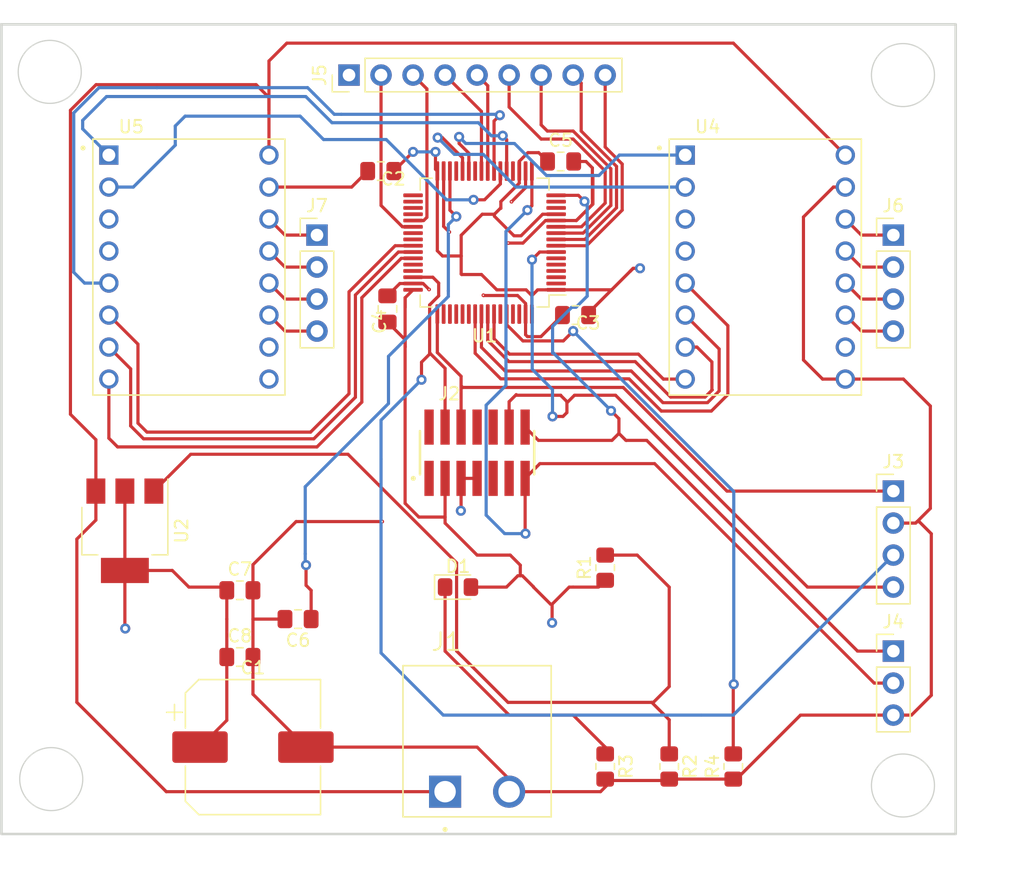
<source format=kicad_pcb>
(kicad_pcb (version 20221018) (generator pcbnew)
  (layers (0 "F.Cu" signal) (1 "In1.Cu" power "GND") (2 "In2.Cu" power "+3.3V") (31 "B.Cu" signal) (34 "B.Paste" user) (35 "F.Paste" user) (36 "B.SilkS" user "B.Silkscreen") (37 "F.SilkS" user "F.Silkscreen") (38 "B.Mask" user) (39 "F.Mask" user) (44 "Edge.Cuts" user))
  (net 0 "")
  (net 1 "+3.3V")
  (net 2 "GND")
  (net 3 "Net-(U1-VCAP1)")
  (net 4 "Net-(D1-K)")
  (net 5 "+7.5V")
  (net 8 "SWDIO")
  (net 9 "SWCLK")
  (net 14 "RST")
  (net 15 "/RX")
  (net 16 "/TX")
  (net 17 "Net-(J5-Pin_2)")
  (net 18 "Net-(J5-Pin_3)")
  (net 19 "Net-(J5-Pin_4)")
  (net 20 "Net-(J5-Pin_5)")
  (net 21 "Net-(J5-Pin_6)")
  (net 22 "Net-(J5-Pin_7)")
  (net 23 "Net-(J5-Pin_8)")
  (net 24 "Net-(J5-Pin_9)")
  (net 25 "Net-(J6-Pin_1)")
  (net 26 "Net-(J6-Pin_2)")
  (net 27 "Net-(J6-Pin_3)")
  (net 28 "Net-(J6-Pin_4)")
  (net 29 "Net-(J7-Pin_1)")
  (net 30 "Net-(J7-Pin_2)")
  (net 31 "Net-(J7-Pin_3)")
  (net 32 "Net-(J7-Pin_4)")
  (net 33 "Net-(U2-ADJ)")
  (net 34 "Net-(U1-BOOT0)")
  (net 43 "Net-(U1-PA5)")
  (net 44 "Net-(U1-PA6)")
  (net 45 "Net-(U1-PA7)")
  (net 47 "Net-(U1-PB1)")
  (net 48 "Net-(U1-PB2)")
  (net 51 "unconnected-(U1-PB13-Pad34)")
  (net 56 "Net-(U1-PA8)")
  (net 57 "Net-(U1-PA9)")
  (net 58 "Net-(U1-PA10)")
  (net 66 "Net-(U1-PB3)")
  (net 67 "Net-(U1-PB4)")
  (net 68 "Net-(U1-PB5)")
  (net 69 "Net-(U1-PB6)")
  (footprint "Resistor_SMD:R_0805_2012Metric_Pad1.20x1.40mm_HandSolder" (layer "F.Cu") (at 109.22 90.44 90)
    (fp_text reference "R4")
    (fp_text value "10k")
  )
  (footprint "Resistor_SMD:R_0805_2012Metric_Pad1.20x1.40mm_HandSolder" (layer "F.Cu") (at 99.06 74.66 90)
    (fp_text reference "R1")
    (fp_text value "2k4")
  )
  (footprint "A4988_Stepper_Motor_Driver:MODULE_A4988_STEPPER_MOTOR_DRIVER_CARRIER" (layer "F.Cu") (at 111.76 50.8)
    (fp_text reference "U4")
    (fp_text value "Driver Moteur Droit")
  )
  (footprint "Connector_PinHeader_2.54mm:PinHeader_1x04_P2.54mm_Vertical" (layer "F.Cu") (at 76.2 48.26)
    (fp_text reference "J7")
    (fp_text value "Moteur Gauche")
  )
  (footprint "FTSH-107-01-L-DV-K-A:SAMTEC_FTSH-107-01-L-DV-K-A" (layer "F.Cu") (at 88.9 65.535)
    (fp_text reference "J2")
    (fp_text value "Conn_ST_STDC14")
  )
  (footprint "Capacitor_SMD:C_0805_2012Metric_Pad1.18x1.45mm_HandSolder" (layer "F.Cu") (at 96.7095 54.61 180)
    (fp_text reference "C3")
    (fp_text value "100nF")
  )
  (footprint "Connector_PinHeader_2.54mm:PinHeader_1x04_P2.54mm_Vertical" (layer "F.Cu") (at 121.92 68.58)
    (fp_text reference "J3")
    (fp_text value "Connecteur Programmation")
  )
  (footprint "Resistor_SMD:R_0805_2012Metric_Pad1.20x1.40mm_HandSolder" (layer "F.Cu") (at 99.06 90.44 -90)
    (fp_text reference "R3")
    (fp_text value "150")
  )
  (footprint "A4988_Stepper_Motor_Driver:MODULE_A4988_STEPPER_MOTOR_DRIVER_CARRIER" (layer "F.Cu") (at 66.04 50.8)
    (fp_text reference "U5")
    (fp_text value "Driver Moteur Gauche")
  )
  (footprint "Capacitor_SMD:CP_Elec_10x10.5" (layer "F.Cu") (at 71.12 88.9)
    (fp_text reference "C1")
    (fp_text value "100uF")
  )
  (footprint "Capacitor_SMD:C_0805_2012Metric_Pad1.18x1.45mm_HandSolder" (layer "F.Cu") (at 70.0825 81.75)
    (fp_text reference "C8")
    (fp_text value "1uF")
  )
  (footprint "Connector_PinHeader_2.54mm:PinHeader_1x09_P2.54mm_Vertical" (layer "F.Cu") (at 78.74 35.56 90)
    (fp_text reference "J5")
    (fp_text value "Connecteur ToF")
  )
  (footprint "Connector_PinHeader_2.54mm:PinHeader_1x04_P2.54mm_Vertical" (layer "F.Cu") (at 121.92 48.26)
    (fp_text reference "J6")
    (fp_text value "Moteur Droit")
  )
  (footprint "TerminalBlockBend:CUI_TBP01R1-508-02BE" (layer "F.Cu") (at 86.36 92.4375)
    (fp_text reference "J1")
    (fp_text value "Connecteur batterie")
  )
  (footprint "Resistor_SMD:R_0805_2012Metric_Pad1.20x1.40mm_HandSolder" (layer "F.Cu") (at 104.14 90.44 -90)
    (fp_text reference "R2")
    (fp_text value "3k9")
  )
  (footprint "Capacitor_SMD:C_0805_2012Metric_Pad1.18x1.45mm_HandSolder" (layer "F.Cu") (at 95.5255 42.418)
    (fp_text reference "C5")
    (fp_text value "100nF")
  )
  (footprint "Package_QFP:LQFP-64_10x10mm_P0.5mm" (layer "F.Cu") (at 89.495 48.855 180)
    (fp_text reference "U1")
    (fp_text value "STM32F401RCTx")
  )
  (footprint "Capacitor_SMD:C_0805_2012Metric_Pad1.18x1.45mm_HandSolder" (layer "F.Cu") (at 81.788 54.1235 90)
    (fp_text reference "C4")
    (fp_text value "100nF")
  )
  (footprint "Connector_PinHeader_2.54mm:PinHeader_1x03_P2.54mm_Vertical" (layer "F.Cu") (at 121.92 81.28)
    (fp_text reference "J4")
    (fp_text value "Connecteur Débug")
  )
  (footprint "LED_SMD:LED_0805_2012Metric_Pad1.15x1.40mm_HandSolder" (layer "F.Cu") (at 87.385 76.2)
    (fp_text reference "D1")
    (fp_text value "LED")
  )
  (footprint "Capacitor_SMD:C_0805_2012Metric_Pad1.18x1.45mm_HandSolder" (layer "F.Cu") (at 81.2585 43.18 180)
    (fp_text reference "C2")
    (fp_text value "100nF")
  )
  (footprint "Capacitor_SMD:C_0805_2012Metric_Pad1.18x1.45mm_HandSolder" (layer "F.Cu") (at 70.0825 76.454)
    (fp_text reference "C7")
    (fp_text value "10nF")
  )
  (footprint "Package_TO_SOT_SMD:SOT-223-3_TabPin2" (layer "F.Cu") (at 60.96 71.73 -90)
    (fp_text reference "U2")
    (fp_text value "LM317_SOT-223")
  )
  (footprint "Capacitor_SMD:C_0805_2012Metric_Pad1.18x1.45mm_HandSolder" (layer "F.Cu") (at 74.6975 78.74 180)
    (fp_text reference "C6")
    (fp_text value "4.7uF")
  )
  (gr_circle (center 122.682 35.56) (end 125.182 35.56) (stroke (width 0.1)) (fill none) (layer "Edge.Cuts"))
  (gr_circle (center 122.682 91.948) (end 125.182 91.948) (stroke (width 0.1)) (fill none) (layer "Edge.Cuts"))
  (gr_circle (center 55 35.306) (end 57.5 35.306) (stroke (width 0.1)) (fill none) (layer "Edge.Cuts"))
  (gr_rect (start 51.173 31.535) (end 126.865 95.797) (stroke (width 0.2)) (fill none) (layer "Edge.Cuts"))
  (gr_circle (center 55.118 91.44) (end 57.618 91.44) (stroke (width 0.1)) (fill none) (layer "Edge.Cuts"))
  (segment (start 94.849909 77.556616) (end 94.728991 77.556616) (width 0.25) (layer "F.Cu") (net 1))
  (segment (start 93.245 53.06502) (end 93.246972 53.06502) (width 0.25) (layer "F.Cu") (net 1))
  (segment (start 96.52 76.2) (end 96.206525 76.2) (width 0.25) (layer "F.Cu") (net 1))
  (segment (start 90.464308 52.606972) (end 92.786952 52.606972) (width 0.25) (layer "F.Cu") (net 1))
  (segment (start 93.78827 41.71827) (end 92.931731 41.71827) (width 0.25) (layer "F.Cu") (net 1))
  (segment (start 90.783885 46.13583) (end 90.74362 46.13583) (width 0.25) (layer "F.Cu") (net 1))
  (segment (start 86.158174 49.919695) (end 87.637314 49.919695) (width 0.25) (layer "F.Cu") (net 1))
  (segment (start 83.188667 56.642) (end 83.188667 57.15) (width 0.25) (layer "F.Cu") (net 1))
  (segment (start 60.96 79.457874) (end 60.96 74.88) (width 0.25) (layer "F.Cu") (net 1))
  (segment (start 98.52 76.2) (end 99.06 75.66) (width 0.25) (layer "F.Cu") (net 1))
  (segment (start 92.245 43.18) (end 92.245 44.14043) (width 0.25) (layer "F.Cu") (net 1))
  (segment (start 92.133031 75.298224) (end 91.231255 76.2) (width 0.25) (layer "F.Cu") (net 1))
  (segment (start 95.17 52.605) (end 99.572389 52.605) (width 0.25) (layer "F.Cu") (net 1))
  (segment (start 93.245 54.53) (end 93.245 53.06502) (width 0.25) (layer "F.Cu") (net 1))
  (segment (start 92.325926 74.457591) (end 91.528335 73.66) (width 0.25) (layer "F.Cu") (net 1))
  (segment (start 87.637314 49.919695) (end 87.637314 51.354506) (width 0.25) (layer "F.Cu") (net 1))
  (segment (start 87.637314 48.27702) (end 87.637314 49.919695) (width 0.25) (layer "F.Cu") (net 1))
  (segment (start 83.188667 69.550445) (end 84.279069 70.640847) (width 0.25) (layer "F.Cu") (net 1))
  (segment (start 92.491474 75.298224) (end 92.325926 75.298224) (width 0.25) (layer "F.Cu") (net 1))
  (segment (start 90.27445 46.605) (end 89.309334 46.605) (width 0.25) (layer "F.Cu") (net 1))
  (segment (start 92.786952 52.606972) (end 93.245 53.06502) (width 0.25) (layer "F.Cu") (net 1))
  (segment (start 60.96 68.58) (end 60.96 74.88) (width 0.25) (layer "F.Cu") (net 1))
  (segment (start 86.36 71.12) (end 86.36 70.640847) (width 0.25) (layer "F.Cu") (net 1))
  (segment (start 66.04 76.2) (end 69.045 76.2) (width 0.25) (layer "F.Cu") (net 1))
  (segment (start 93.372375 76.2) (end 93.372375 76.179125) (width 0.25) (layer "F.Cu") (net 1))
  (segment (start 101.823654 50.895958) (end 101.281432 50.895958) (width 0.25) (layer "F.Cu") (net 1))
  (segment (start 89.309334 46.605) (end 87.637314 48.27702) (width 0.25) (layer "F.Cu") (net 1))
  (segment (start 90.27445 46.765946) (end 90.27445 46.605) (width 0.25) (layer "F.Cu") (net 1))
  (segment (start 95.17 52.605) (end 94.329314 52.605) (width 0.25) (layer "F.Cu") (net 1))
  (segment (start 99.572389 52.605) (end 101.036895 51.140495) (width 0.25) (layer "F.Cu") (net 1))
  (segment (start 87.637314 51.354506) (end 87.673099 51.390291) (width 0.25) (layer "F.Cu") (net 1))
  (segment (start 94.849909 77.556616) (end 94.849909 79.031594) (width 0.25) (layer "F.Cu") (net 1))
  (segment (start 82.296 43.18) (end 83.82 41.656) (width 0.25) (layer "F.Cu") (net 1))
  (segment (start 85.598 43.033) (end 85.745 43.18) (width 0.25) (layer "F.Cu") (net 1))
  (segment (start 97.747 54.61) (end 97.747 54.430389) (width 0.25) (layer "F.Cu") (net 1))
  (segment (start 94.329314 52.605) (end 94.327342 52.606972) (width 0.25) (layer "F.Cu") (net 1))
  (segment (start 69.045 76.2) (end 69.045 78.74) (width 0.25) (layer "F.Cu") (net 1))
  (segment (start 97.747 54.430389) (end 99.572389 52.605) (width 0.25) (layer "F.Cu") (net 1))
  (segment (start 88.41 76.2) (end 91.231255 76.2) (width 0.25) (layer "F.Cu") (net 1))
  (segment (start 91.826475 48.317971) (end 90.27445 46.765946) (width 0.25) (layer "F.Cu") (net 1))
  (segment (start 69.045 86.775) (end 66.92 88.9) (width 0.25) (layer "F.Cu") (net 1))
  (segment (start 93.372375 76.179125) (end 92.491474 75.298224) (width 0.25) (layer "F.Cu") (net 1))
  (segment (start 101.036895 51.140495) (end 101.269005 50.908384) (width 0.25) (layer "F.Cu") (net 1))
  (segment (start 84.279069 70.640847) (end 86.36 70.640847) (width 0.25) (layer "F.Cu") (net 1))
  (segment (start 88.9 73.66) (end 86.36 71.12) (width 0.25) (layer "F.Cu") (net 1))
  (segment (start 93.246972 53.06502) (end 93.70502 52.606972) (width 0.25) (layer "F.Cu") (net 1))
  (segment (start 94.728991 77.556616) (end 93.372375 76.2) (width 0.25) (layer "F.Cu") (net 1))
  (segment (start 94.488 42.418) (end 93.78827 41.71827) (width 0.25) (layer "F.Cu") (net 1))
  (segment (start 95.17 46.605) (end 94.097688 46.605) (width 0.25) (layer "F.Cu") (net 1))
  (segment (start 94.327342 52.606972) (end 93.70502 52.606972) (width 0.25) (layer "F.Cu") (net 1))
  (segment (start 69.045 78.74) (end 69.045 81.75) (width 0.25) (layer "F.Cu") (net 1))
  (segment (start 96.206525 76.2) (end 94.849909 77.556616) (width 0.25) (layer "F.Cu") (net 1))
  (segment (start 89.247627 51.390291) (end 90.464308 52.606972) (width 0.25) (layer "F.Cu") (net 1))
  (segment (start 81.788 55.161) (end 83.188667 56.561667) (width 0.25) (layer "F.Cu") (net 1))
  (segment (start 83.188667 54.014333) (end 83.188667 53.236333) (width 0.25) (layer "F.Cu") (net 1))
  (segment (start 83.82 52.605) (end 83.188667 53.236333) (width 0.25) (layer "F.Cu") (net 1))
  (segment (start 60.990371 79.488245) (end 60.96 79.457874) (width 0.25) (layer "F.Cu") (net 1))
  (segment (start 83.188667 56.561667) (end 83.188667 56.642) (width 0.25) (layer "F.Cu") (net 1))
  (segment (start 64.72 74.88) (end 66.04 76.2) (width 0.25) (layer "F.Cu") (net 1))
  (segment (start 83.188667 53.236333) (end 83.188667 57.15) (width 0.25) (layer "F.Cu") (net 1))
  (segment (start 87.673099 51.390291) (end 89.247627 51.390291) (width 0.25) (layer "F.Cu") (net 1))
  (segment (start 83.188667 57.15) (end 83.188667 69.550445) (width 0.25) (layer "F.Cu") (net 1))
  (segment (start 86.36 67.57) (end 86.36 70.640847) (width 0.25) (layer "F.Cu") (net 1))
  (segment (start 90.74362 46.13583) (end 90.27445 46.605) (width 0.25) (layer "F.Cu") (net 1))
  (segment (start 92.245 44.14043) (end 90.783885 45.601545) (width 0.25) (layer "F.Cu") (net 1))
  (segment (start 92.325926 75.298224) (end 92.133031 75.298224) (width 0.25) (layer "F.Cu") (net 1))
  (segment (start 92.384717 48.317971) (end 91.826475 48.317971) (width 0.25) (layer "F.Cu") (net 1))
  (segment (start 96.52 76.2) (end 98.52 76.2) (width 0.25) (layer "F.Cu") (net 1))
  (segment (start 69.045 81.75) (end 69.045 86.775) (width 0.25) (layer "F.Cu") (net 1))
  (segment (start 60.96 74.88) (end 64.72 74.88) (width 0.25) (layer "F.Cu") (net 1))
  (segment (start 85.745 43.18) (end 85.745 49.506521) (width 0.25) (layer "F.Cu") (net 1))
  (segment (start 90.783885 45.601545) (end 90.783885 46.13583) (width 0.25) (layer "F.Cu") (net 1))
  (segment (start 94.097688 46.605) (end 92.384717 48.317971) (width 0.25) (layer "F.Cu") (net 1))
  (segment (start 85.745 49.506521) (end 86.158174 49.919695) (width 0.25) (layer "F.Cu") (net 1))
  (segment (start 85.598 41.656) (end 85.598 43.033) (width 0.25) (layer "F.Cu") (net 1))
  (segment (start 92.245 42.405001) (end 92.245 43.18) (width 0.25) (layer "F.Cu") (net 1))
  (segment (start 92.325926 75.298224) (end 92.325926 74.457591) (width 0.25) (layer "F.Cu") (net 1))
  (segment (start 101.281432 50.895958) (end 101.036895 51.140495) (width 0.25) (layer "F.Cu") (net 1))
  (segment (start 91.528335 73.66) (end 88.9 73.66) (width 0.25) (layer "F.Cu") (net 1))
  (segment (start 92.931731 41.71827) (end 92.245 42.405001) (width 0.25) (layer "F.Cu") (net 1))
  (via (at 101.823654 50.895958) (size 0.8) (drill 0.4) (layers "F.Cu" "B.Cu") (net 1))
  (via (at 60.990371 79.488245) (size 0.8) (drill 0.4) (layers "F.Cu" "B.Cu") (net 1))
  (via (at 94.849909 79.031594) (size 0.8) (drill 0.4) (layers "F.Cu" "B.Cu") (net 1))
  (via (at 83.82 41.656) (size 0.8) (drill 0.4) (layers "F.Cu" "B.Cu") (net 1))
  (via (at 85.598 41.656) (size 0.8) (drill 0.4) (layers "F.Cu" "B.Cu") (net 1))
  (segment (start 83.82 41.656) (end 85.598 41.656) (width 0.25) (layer "B.Cu") (net 1))
  (segment (start 95.672 54.61) (end 93.960845 56.321155) (width 0.25) (layer "F.Cu") (net 2))
  (segment (start 87.63 67.57) (end 87.63 70.122798) (width 0.25) (layer "F.Cu") (net 2))
  (segment (start 87.63 70.122798) (end 87.612465 70.140333) (width 0.25) (layer "F.Cu") (net 2))
  (segment (start 71.12 74.422) (end 71.12 76.454) (width 0.25) (layer "F.Cu") (net 2))
  (segment (start 96.777691 47.105) (end 98.087 45.795691) (width 0.25) (layer "F.Cu") (net 2))
  (segment (start 121.92 71.12) (end 123.689196 71.12) (width 0.25) (layer "F.Cu") (net 2))
  (segment (start 81.374471 70.999763) (end 74.542237 70.999763) (width 0.25) (layer "F.Cu") (net 2))
  (segment (start 83.82 52.105) (end 82.769 52.105) (width 0.25) (layer "F.Cu") (net 2))
  (segment (start 91.628802 45.613969) (end 92.745 44.497771) (width 0.25) (layer "F.Cu") (net 2))
  (segment (start 104.14 91.44) (end 109.22 91.44) (width 0.25) (layer "F.Cu") (net 2))
  (segment (start 109.22 91.44) (end 109.474 91.44) (width 0.25) (layer "F.Cu") (net 2))
  (segment (start 124.853946 69.95525) (end 124.853946 61.82719) (width 0.25) (layer "F.Cu") (net 2))
  (segment (start 117.163511 44.45) (end 114.788429 46.825082) (width 0.25) (layer "F.Cu") (net 2))
  (segment (start 123.975429 71.011856) (end 123.797341 71.011856) (width 0.25) (layer "F.Cu") (net 2))
  (segment (start 95.17 47.105) (end 96.777691 47.105) (width 0.25) (layer "F.Cu") (net 2))
  (segment (start 93.960845 56.321155) (end 92.897155 56.321155) (width 0.25) (layer "F.Cu") (net 2))
  (segment (start 91.44 92.4375) (end 91.44 91.44) (width 0.25) (layer "F.Cu") (net 2))
  (segment (start 71.12 78.74) (end 71.12 81.75) (width 0.25) (layer "F.Cu") (net 2))
  (segment (start 78.951 44.45) (end 80.221 43.18) (width 0.25) (layer "F.Cu") (net 2))
  (segment (start 85.09 52.578) (end 84.617 52.105) (width 0.25) (layer "F.Cu") (net 2))
  (segment (start 124.853946 61.82719) (end 122.716756 59.69) (width 0.25) (layer "F.Cu") (net 2))
  (segment (start 92.745 56.169) (end 92.745 54.53) (width 0.25) (layer "F.Cu") (net 2))
  (segment (start 92.897155 56.321155) (end 92.745 56.169) (width 0.25) (layer "F.Cu") (net 2))
  (segment (start 98.044 42.926) (end 98.044 45.838691) (width 0.25) (layer "F.Cu") (net 2))
  (segment (start 98.087 45.795691) (end 98.087 43.688) (width 0.25) (layer "F.Cu") (net 2))
  (segment (start 91.44 91.44) (end 88.9 88.9) (width 0.25) (layer "F.Cu") (net 2))
  (segment (start 116.305598 59.69) (end 118.11 59.69) (width 0.25) (layer "F.Cu") (net 2))
  (segment (start 74.542237 70.999763) (end 71.12 74.422) (width 0.25) (layer "F.Cu") (net 2))
  (segment (start 123.35772 86.36) (end 124.929489 84.788231) (width 0.25) (layer "F.Cu") (net 2))
  (segment (start 124.929489 84.788231) (end 124.929489 71.965916) (width 0.25) (layer "F.Cu") (net 2))
  (segment (start 114.554 86.36) (end 121.92 86.36) (width 0.25) (layer "F.Cu") (net 2))
  (segment (start 109.474 91.44) (end 114.554 86.36) (width 0.25) (layer "F.Cu") (net 2))
  (segment (start 123.797341 71.011856) (end 124.853946 69.95525) (width 0.25) (layer "F.Cu") (net 2))
  (segment (start 92.745 54.53) (end 92.745 53.689314) (width 0.25) (layer "F.Cu") (net 2))
  (segment (start 87.63 67.57) (end 88.9 67.57) (width 0.25) (layer "F.Cu") (net 2))
  (segment (start 99.578862 91.551014) (end 104.028986 91.551014) (width 0.25) (layer "F.Cu") (net 2))
  (segment (start 98.044 45.838691) (end 96.777691 47.105) (width 0.25) (layer "F.Cu") (net 2))
  (segment (start 71.12 81.75) (end 71.12 84.7) (width 0.25) (layer "F.Cu") (net 2))
  (segment (start 72.39 44.45) (end 78.951 44.45) (width 0.25) (layer "F.Cu") (net 2))
  (segment (start 114.788429 46.825082) (end 114.788429 58.172831) (width 0.25) (layer "F.Cu") (net 2))
  (segment (start 92.540078 48.894236) (end 91.380297 48.894236) (width 0.25) (layer "F.Cu") (net 2))
  (segment (start 121.92 86.36) (end 123.35772 86.36) (width 0.25) (layer "F.Cu") (net 2))
  (segment (start 71.12 76.2) (end 71.12 78.74) (width 0.25) (layer "F.Cu") (net 2))
  (segment (start 124.929489 71.965916) (end 123.975429 71.011856) (width 0.25) (layer "F.Cu") (net 2))
  (segment (start 92.745 53.689314) (end 92.112658 53.056972) (width 0.25) (layer "F.Cu") (net 2))
  (segment (start 89.420614 53.056972) (end 89.400187 53.036545) (width 0.25) (layer "F.Cu") (net 2))
  (segment (start 71.12 84.7) (end 75.32 88.9) (width 0.25) (layer "F.Cu") (net 2))
  (segment (start 88.9 88.9) (end 75.32 88.9) (width 0.25) (layer "F.Cu") (net 2))
  (segment (start 91.44 92.4375) (end 98.692376 92.4375) (width 0.25) (layer "F.Cu") (net 2))
  (segment (start 84.617 52.105) (end 83.82 52.105) (width 0.25) (layer "F.Cu") (net 2))
  (segment (start 71.12 78.74) (end 73.66 78.74) (width 0.25) (layer "F.Cu") (net 2))
  (segment (start 122.716756 59.69) (end 118.11 59.69) (width 0.25) (layer "F.Cu") (net 2))
  (segment (start 86.693553 48.018671) (end 86.245 47.570118) (width 0.25) (layer "F.Cu") (net 2))
  (segment (start 118.11 44.45) (end 117.163511 44.45) (width 0.25) (layer "F.Cu") (net 2))
  (segment (start 104.028986 91.551014) (end 104.14 91.44) (width 0.25) (layer "F.Cu") (net 2))
  (segment (start 97.536 42.418) (end 98.044 42.926) (width 0.25) (layer "F.Cu") (net 2))
  (segment (start 123.689196 71.12) (end 123.797341 71.011856) (width 0.25) (layer "F.Cu") (net 2))
  (segment (start 94.329314 47.105) (end 92.540078 48.894236) (width 0.25) (layer "F.Cu") (net 2))
  (segment (start 95.17 47.105) (end 94.329314 47.105) (width 0.25) (layer "F.Cu") (net 2))
  (segment (start 98.692376 92.4375) (end 99.578862 91.551014) (width 0.25) (layer "F.Cu") (net 2))
  (segment (start 96.563 42.418) (end 97.536 42.418) (width 0.25) (layer "F.Cu") (net 2))
  (segment (start 82.769 52.105) (end 81.788 53.086) (width 0.25) (layer "F.Cu") (net 2))
  (segment (start 92.745 44.497771) (end 92.745 43.18) (width 0.25) (layer "F.Cu") (net 2))
  (segment (start 92.112658 53.056972) (end 89.420614 53.056972) (width 0.25) (layer "F.Cu") (net 2))
  (segment (start 86.245 47.570118) (end 86.245 43.18) (width 0.25) (layer "F.Cu") (net 2))
  (segment (start 114.788429 58.172831) (end 116.305598 59.69) (width 0.25) (layer "F.Cu") (net 2))
  (via micro (at 86.693553 48.018671) (size 0.3) (drill 0.1) (layers "F.Cu" "In1.Cu") (net 2))
  (via micro (at 81.374471 70.999763) (size 0.3) (drill 0.1) (layers "F.Cu" "In1.Cu") (net 2))
  (via micro (at 91.380297 48.894236) (size 0.3) (drill 0.1) (layers "F.Cu" "In1.Cu") (net 2))
  (via micro (at 91.628802 45.613969) (size 0.3) (drill 0.1) (layers "F.Cu" "In1.Cu") (net 2))
  (via micro (at 89.400187 53.036545) (size 0.3) (drill 0.1) (layers "F.Cu" "In1.Cu") (net 2))
  (via micro (at 85.09 52.578) (size 0.3) (drill 0.1) (layers "F.Cu" "In1.Cu") (net 2))
  (via (at 87.612465 70.140333) (size 0.8) (drill 0.4) (layers "F.Cu" "B.Cu") (net 2))
  (segment (start 86.745 46.284668) (end 87.250438 46.790106) (width 0.25) (layer "F.Cu") (net 3))
  (segment (start 75.331324 76.055851) (end 75.735 76.459528) (width 0.25) (layer "F.Cu") (net 3))
  (segment (start 75.735 76.459528) (end 75.735 78.74) (width 0.25) (layer "F.Cu") (net 3))
  (segment (start 75.331324 74.453063) (end 75.331324 76.055851) (width 0.25) (layer "F.Cu") (net 3))
  (segment (start 86.745 43.18) (end 86.745 46.284668) (width 0.25) (layer "F.Cu") (net 3))
  (via (at 75.331324 74.453063) (size 0.8) (drill 0.4) (layers "F.Cu" "B.Cu") (net 3))
  (via (at 87.250438 46.790106) (size 0.8) (drill 0.4) (layers "F.Cu" "B.Cu") (net 3))
  (segment (start 86.619711 53.13448) (end 82.315924 57.438267) (width 0.25) (layer "B.Cu") (net 3))
  (segment (start 81.870705 57.883486) (end 81.870705 61.630748) (width 0.25) (layer "B.Cu") (net 3))
  (segment (start 75.267212 73.555501) (end 75.267212 74.388951) (width 0.25) (layer "B.Cu") (net 3))
  (segment (start 81.870705 61.630748) (end 75.267212 68.234241) (width 0.25) (layer "B.Cu") (net 3))
  (segment (start 82.315924 57.438267) (end 81.870705 57.883486) (width 0.25) (layer "B.Cu") (net 3))
  (segment (start 87.250438 46.790106) (end 86.619711 47.420833) (width 0.25) (layer "B.Cu") (net 3))
  (segment (start 86.619711 47.420833) (end 86.619711 52.689261) (width 0.25) (layer "B.Cu") (net 3))
  (segment (start 75.267212 68.234241) (end 75.267212 73.555501) (width 0.25) (layer "B.Cu") (net 3))
  (segment (start 75.267212 74.388951) (end 75.331324 74.453063) (width 0.25) (layer "B.Cu") (net 3))
  (segment (start 86.619711 52.689261) (end 86.619711 53.13448) (width 0.25) (layer "B.Cu") (net 3))
  (segment (start 86.36 81.28) (end 91.44 86.36) (width 0.25) (layer "F.Cu") (net 4))
  (segment (start 96.52 86.36) (end 99.06 88.9) (width 0.25) (layer "F.Cu") (net 4))
  (segment (start 99.06 88.9) (end 99.06 89.44) (width 0.25) (layer "F.Cu") (net 4))
  (segment (start 86.36 76.2) (end 86.36 81.28) (width 0.25) (layer "F.Cu") (net 4))
  (segment (start 91.44 86.36) (end 96.52 86.36) (width 0.25) (layer "F.Cu") (net 4))
  (segment (start 64.2435 92.4375) (end 86.36 92.4375) (width 0.25) (layer "F.Cu") (net 5))
  (segment (start 58.674 36.322) (end 71.374 36.322) (width 0.25) (layer "F.Cu") (net 5))
  (segment (start 58.66 64.502) (end 56.642 62.484) (width 0.25) (layer "F.Cu") (net 5))
  (segment (start 57.15 72.39) (end 57.15 85.344) (width 0.25) (layer "F.Cu") (net 5))
  (segment (start 73.805947 33.025908) (end 72.39 34.441855) (width 0.25) (layer "F.Cu") (net 5))
  (segment (start 72.39 38.354) (end 72.39 41.91) (width 0.25) (layer "F.Cu") (net 5))
  (segment (start 109.225908 33.025908) (end 73.805947 33.025908) (width 0.25) (layer "F.Cu") (net 5))
  (segment (start 56.642 62.484) (end 56.642 38.354) (width 0.25) (layer "F.Cu") (net 5))
  (segment (start 56.642 38.354) (end 58.674 36.322) (width 0.25) (layer "F.Cu") (net 5))
  (segment (start 118.11 41.91) (end 109.225908 33.025908) (width 0.25) (layer "F.Cu") (net 5))
  (segment (start 71.374 36.322) (end 72.39 37.338) (width 0.25) (layer "F.Cu") (net 5))
  (segment (start 58.66 68.58) (end 58.66 64.502) (width 0.25) (layer "F.Cu") (net 5))
  (segment (start 58.66 70.88) (end 57.15 72.39) (width 0.25) (layer "F.Cu") (net 5))
  (segment (start 57.15 85.344) (end 64.2435 92.4375) (width 0.25) (layer "F.Cu") (net 5))
  (segment (start 72.39 34.441855) (end 72.39 38.354) (width 0.25) (layer "F.Cu") (net 5))
  (segment (start 72.39 37.338) (end 72.39 38.354) (width 0.25) (layer "F.Cu") (net 5))
  (segment (start 58.66 68.58) (end 58.66 70.88) (width 0.25) (layer "F.Cu") (net 5))
  (segment (start 83.82 51.605) (end 85.387 51.605) (width 0.25) (layer "F.Cu") (net 8))
  (segment (start 85.852 53.086) (end 85.135646 53.802354) (width 0.25) (layer "F.Cu") (net 8))
  (segment (start 84.490079 58.35111) (end 85.182971 57.658218) (width 0.25) (layer "F.Cu") (net 8))
  (segment (start 85.852 52.07) (end 85.852 53.086) (width 0.25) (layer "F.Cu") (net 8))
  (segment (start 86.36 63.5) (end 86.36 58.835247) (width 0.25) (layer "F.Cu") (net 8))
  (segment (start 84.490079 59.740195) (end 84.490079 58.35111) (width 0.25) (layer "F.Cu") (net 8))
  (segment (start 85.135646 53.802354) (end 85.135646 57.610893) (width 0.25) (layer "F.Cu") (net 8))
  (segment (start 86.36 58.835247) (end 85.182971 57.658218) (width 0.25) (layer "F.Cu") (net 8))
  (segment (start 85.135646 57.610893) (end 85.182971 57.658218) (width 0.25) (layer "F.Cu") (net 8))
  (segment (start 85.387 51.605) (end 85.852 52.07) (width 0.25) (layer "F.Cu") (net 8))
  (via (at 84.490079 59.740195) (size 0.8) (drill 0.4) (layers "F.Cu" "B.Cu") (net 8))
  (segment (start 86.212956 86.36) (end 81.28 81.427044) (width 0.25) (layer "B.Cu") (net 8))
  (segment (start 121.92 73.66) (end 109.22 86.36) (width 0.25) (layer "B.Cu") (net 8))
  (segment (start 81.28 62.950274) (end 84.490079 59.740195) (width 0.25) (layer "B.Cu") (net 8))
  (segment (start 109.22 86.36) (end 106.68 86.36) (width 0.25) (layer "B.Cu") (net 8))
  (segment (start 81.28 66.04) (end 81.28 62.950274) (width 0.25) (layer "B.Cu") (net 8))
  (segment (start 106.68 86.36) (end 86.212956 86.36) (width 0.25) (layer "B.Cu") (net 8))
  (segment (start 81.28 81.427044) (end 81.28 66.04) (width 0.25) (layer "B.Cu") (net 8))
  (segment (start 87.758223 60.352624) (end 87.63 60.224401) (width 0.25) (layer "F.Cu") (net 9))
  (segment (start 108.718924 68.58) (end 100.491548 60.352624) (width 0.25) (layer "F.Cu") (net 9))
  (segment (start 121.92 68.58) (end 108.718924 68.58) (width 0.25) (layer "F.Cu") (net 9))
  (segment (start 85.745 57.583851) (end 87.63 59.468851) (width 0.25) (layer "F.Cu") (net 9))
  (segment (start 100.491548 60.352624) (end 87.758223 60.352624) (width 0.25) (layer "F.Cu") (net 9))
  (segment (start 85.745 54.53) (end 85.745 57.583851) (width 0.25) (layer "F.Cu") (net 9))
  (segment (start 87.63 59.468851) (end 87.63 60.224401) (width 0.25) (layer "F.Cu") (net 9))
  (segment (start 87.63 60.224401) (end 87.63 63.5) (width 0.25) (layer "F.Cu") (net 9))
  (segment (start 121.92 76.2) (end 115.110395 76.2) (width 0.25) (layer "F.Cu") (net 14))
  (segment (start 95.17 49.605) (end 93.861884 49.605) (width 0.25) (layer "F.Cu") (net 14))
  (segment (start 99.881645 60.97125) (end 96.627858 60.97125) (width 0.25) (layer "F.Cu") (net 14))
  (segment (start 96.025111 61.540383) (end 96.056029 61.509465) (width 0.25) (layer "F.Cu") (net 14))
  (segment (start 95.530423 60.983859) (end 95.530423 60.97125) (width 0.25) (layer "F.Cu") (net 14))
  (segment (start 96.056029 61.509465) (end 95.530423 60.983859) (width 0.25) (layer "F.Cu") (net 14))
  (segment (start 96.025111 62.344251) (end 96.025111 61.540383) (width 0.25) (layer "F.Cu") (net 14))
  (segment (start 93.861884 49.605) (end 93.255517 50.211367) (width 0.25) (layer "F.Cu") (net 14))
  (segment (start 91.44 61.487992) (end 91.44 63.5) (width 0.25) (layer "F.Cu") (net 14))
  (segment (start 115.110395 76.2) (end 99.881645 60.97125) (width 0.25) (layer "F.Cu") (net 14))
  (segment (start 95.715931 62.653431) (end 96.025111 62.344251) (width 0.25) (layer "F.Cu") (net 14))
  (segment (start 96.089643 61.509465) (end 96.627858 60.97125) (width 0.25) (layer "F.Cu") (net 14))
  (segment (start 92.001264 60.926728) (end 91.44 61.487992) (width 0.25) (layer "F.Cu") (net 14))
  (segment (start 94.881145 62.653431) (end 95.715931 62.653431) (width 0.25) (layer "F.Cu") (net 14))
  (segment (start 96.056029 61.509465) (end 96.089643 61.509465) (width 0.25) (layer "F.Cu") (net 14))
  (segment (start 92.045786 60.97125) (end 92.001264 60.926728) (width 0.25) (layer "F.Cu") (net 14))
  (segment (start 95.530423 60.97125) (end 92.045786 60.97125) (width 0.25) (layer "F.Cu") (net 14))
  (via (at 93.255517 50.211367) (size 0.8) (drill 0.4) (layers "F.Cu" "B.Cu") (net 14))
  (via (at 94.881145 62.653431) (size 0.8) (drill 0.4) (layers "F.Cu" "B.Cu") (net 14))
  (segment (start 93.255517 50.211367) (end 93.255517 54.040334) (width 0.25) (layer "B.Cu") (net 14))
  (segment (start 93.273409 54.058226) (end 93.273409 58.912352) (width 0.25) (layer "B.Cu") (net 14))
  (segment (start 93.255517 54.040334) (end 93.273409 54.058226) (width 0.25) (layer "B.Cu") (net 14))
  (segment (start 94.881145 60.520088) (end 94.881145 62.653431) (width 0.25) (layer "B.Cu") (net 14))
  (segment (start 93.273409 58.912352) (end 93.768097 59.40704) (width 0.25) (layer "B.Cu") (net 14))
  (segment (start 93.768097 59.40704) (end 94.881145 60.520088) (width 0.25) (layer "B.Cu") (net 14))
  (segment (start 102.980179 66.400675) (end 93.879325 66.400675) (width 0.25) (layer "F.Cu") (net 15))
  (segment (start 93.879325 66.400675) (end 92.71 67.57) (width 0.25) (layer "F.Cu") (net 15))
  (segment (start 92.735636 71.956916) (end 92.71 71.93128) (width 0.25) (layer "F.Cu") (net 15))
  (segment (start 93.245 43.18) (end 93.245 45.925474) (width 0.25) (layer "F.Cu") (net 15))
  (segment (start 121.92 83.82) (end 120.399504 83.82) (width 0.25) (layer "F.Cu") (net 15))
  (segment (start 93.245 45.925474) (end 92.889612 46.280862) (width 0.25) (layer "F.Cu") (net 15))
  (segment (start 92.71 71.93128) (end 92.71 67.57) (width 0.25) (layer "F.Cu") (net 15))
  (segment (start 120.399504 83.82) (end 102.980179 66.400675) (width 0.25) (layer "F.Cu") (net 15))
  (via (at 92.889612 46.280862) (size 0.8) (drill 0.4) (layers "F.Cu" "B.Cu") (net 15))
  (via (at 92.735636 71.956916) (size 0.8) (drill 0.4) (layers "F.Cu" "B.Cu") (net 15))
  (segment (start 91.088324 71.956916) (end 92.735636 71.956916) (width 0.25) (layer "B.Cu") (net 15))
  (segment (start 89.619101 70.487693) (end 89.84171 70.710302) (width 0.25) (layer "B.Cu") (net 15))
  (segment (start 91.19 60.190495) (end 89.619101 61.761394) (width 0.25) (layer "B.Cu") (net 15))
  (segment (start 92.889612 46.280862) (end 91.19 47.980474) (width 0.25) (layer "B.Cu") (net 15))
  (segment (start 91.19 47.980474) (end 91.19 60.190495) (width 0.25) (layer "B.Cu") (net 15))
  (segment (start 89.619101 61.761394) (end 89.619101 70.487693) (width 0.25) (layer "B.Cu") (net 15))
  (segment (start 89.84171 70.710302) (end 91.088324 71.956916) (width 0.25) (layer "B.Cu") (net 15))
  (segment (start 96.935601 45.105) (end 97.421775 45.591174) (width 0.25) (layer "F.Cu") (net 16))
  (segment (start 100.151014 62.830886) (end 100.151014 64.001382) (width 0.25) (layer "F.Cu") (net 16))
  (segment (start 102.352468 64.553063) (end 100.762337 64.553063) (width 0.25) (layer "F.Cu") (net 16))
  (segment (start 100.151014 64.001382) (end 100.702695 64.553063) (width 0.25) (layer "F.Cu") (net 16))
  (segment (start 100.151014 64.001382) (end 99.599333 64.553063) (width 0.25) (layer "F.Cu") (net 16))
  (segment (start 99.524782 62.204654) (end 100.151014 62.830886) (width 0.25) (layer "F.Cu") (net 16))
  (segment (start 95.17 45.105) (end 96.935601 45.105) (width 0.25) (layer "F.Cu") (net 16))
  (segment (start 121.92 81.28) (end 119.079405 81.28) (width 0.25) (layer "F.Cu") (net 16))
  (segment (start 119.079405 81.28) (end 102.352468 64.553063) (width 0.25) (layer "F.Cu") (net 16))
  (segment (start 99.599333 64.553063) (end 93.763063 64.553063) (width 0.25) (layer "F.Cu") (net 16))
  (segment (start 100.702695 64.553063) (end 100.762337 64.553063) (width 0.25) (layer "F.Cu") (net 16))
  (segment (start 93.763063 64.553063) (end 92.71 63.5) (width 0.25) (layer "F.Cu") (net 16))
  (via (at 97.421775 45.591174) (size 0.8) (drill 0.4) (layers "F.Cu" "B.Cu") (net 16))
  (via (at 99.524782 62.204654) (size 0.8) (drill 0.4) (layers "F.Cu" "B.Cu") (net 16))
  (segment (start 94.887529 55.511904) (end 94.887529 57.626695) (width 0.25) (layer "B.Cu") (net 16))
  (segment (start 94.961732 57.626695) (end 99.376823 62.041786) (width 0.25) (layer "B.Cu") (net 16))
  (segment (start 99.524782 62.189745) (end 99.524782 62.204654) (width 0.25) (layer "B.Cu") (net 16))
  (segment (start 96.408695 53.990738) (end 94.887529 55.511904) (width 0.25) (layer "B.Cu") (net 16))
  (segment (start 97.633048 45.802447) (end 97.633048 53.106683) (width 0.25) (layer "B.Cu") (net 16))
  (segment (start 99.376823 62.041786) (end 99.524782 62.189745) (width 0.25) (layer "B.Cu") (net 16))
  (segment (start 94.887529 57.626695) (end 94.961732 57.626695) (width 0.25) (layer "B.Cu") (net 16))
  (segment (start 96.408695 53.990738) (end 96.748993 53.990738) (width 0.25) (layer "B.Cu") (net 16))
  (segment (start 97.421775 45.591174) (end 97.633048 45.802447) (width 0.25) (layer "B.Cu") (net 16))
  (segment (start 96.748993 53.990738) (end 97.633048 53.106683) (width 0.25) (layer "B.Cu") (net 16))
  (segment (start 81.28 35.56) (end 81.28 45.905686) (width 0.25) (layer "F.Cu") (net 17))
  (segment (start 82.979314 47.605) (end 83.82 47.605) (width 0.25) (layer "F.Cu") (net 17))
  (segment (start 81.28 45.905686) (end 82.979314 47.605) (width 0.25) (layer "F.Cu") (net 17))
  (segment (start 83.82 35.56) (end 84.92 36.66) (width 0.25) (layer "F.Cu") (net 18))
  (segment (start 84.92 46.845686) (end 84.660686 47.105) (width 0.25) (layer "F.Cu") (net 18))
  (segment (start 84.92 36.66) (end 84.92 46.845686) (width 0.25) (layer "F.Cu") (net 18))
  (segment (start 84.660686 47.105) (end 83.82 47.105) (width 0.25) (layer "F.Cu") (net 18))
  (segment (start 86.36 35.56) (end 89.245 38.445) (width 0.25) (layer "F.Cu") (net 19))
  (segment (start 89.245 38.445) (end 89.245 43.18) (width 0.25) (layer "F.Cu") (net 19))
  (segment (start 88.9 35.56) (end 89.745 36.405) (width 0.25) (layer "F.Cu") (net 20))
  (segment (start 89.745 36.405) (end 89.745 43.18) (width 0.25) (layer "F.Cu") (net 20))
  (segment (start 91.44 38.1) (end 93.98 40.64) (width 0.25) (layer "F.Cu") (net 21))
  (segment (start 99.06 43.18) (end 99.06 45.72) (width 0.25) (layer "F.Cu") (net 21))
  (segment (start 91.44 35.56) (end 91.44 38.1) (width 0.25) (layer "F.Cu") (net 21))
  (segment (start 97.175 47.605) (end 95.17 47.605) (width 0.25) (layer "F.Cu") (net 21))
  (segment (start 96.52 40.64) (end 99.06 43.18) (width 0.25) (layer "F.Cu") (net 21))
  (segment (start 99.06 45.72) (end 97.175 47.605) (width 0.25) (layer "F.Cu") (net 21))
  (segment (start 93.98 40.64) (end 96.52 40.64) (width 0.25) (layer "F.Cu") (net 21))
  (segment (start 93.98 39.511406) (end 94.472198 40.003604) (width 0.25) (layer "F.Cu") (net 22))
  (segment (start 99.51 42.993604) (end 99.51 45.906396) (width 0.25) (layer "F.Cu") (net 22))
  (segment (start 96.52 40.003604) (end 99.378198 42.861802) (width 0.25) (layer "F.Cu") (net 22))
  (segment (start 97.311396 48.105) (end 95.17 48.105) (width 0.25) (layer "F.Cu") (net 22))
  (segment (start 99.378198 42.861802) (end 99.51 42.993604) (width 0.25) (layer "F.Cu") (net 22))
  (segment (start 99.51 45.906396) (end 97.311396 48.105) (width 0.25) (layer "F.Cu") (net 22))
  (segment (start 93.98 35.56) (end 93.98 39.511406) (width 0.25) (layer "F.Cu") (net 22))
  (segment (start 94.472198 40.003604) (end 96.52 40.003604) (width 0.25) (layer "F.Cu") (net 22))
  (segment (start 97.447792 48.605) (end 99.96 46.092792) (width 0.25) (layer "F.Cu") (net 23))
  (segment (start 97.156396 40.003604) (end 97.156396 36.196396) (width 0.25) (layer "F.Cu") (net 23))
  (segment (start 99.96 42.807208) (end 97.156396 40.003604) (width 0.25) (layer "F.Cu") (net 23))
  (segment (start 99.96 46.092792) (end 99.96 42.807208) (width 0.25) (layer "F.Cu") (net 23))
  (segment (start 95.17 48.605) (end 97.447792 48.605) (width 0.25) (layer "F.Cu") (net 23))
  (segment (start 97.156396 36.196396) (end 96.52 35.56) (width 0.25) (layer "F.Cu") (net 23))
  (segment (start 97.584188 49.105) (end 100.41 46.279188) (width 0.25) (layer "F.Cu") (net 24))
  (segment (start 100.41 46.279188) (end 100.41 42.620812) (width 0.25) (layer "F.Cu") (net 24))
  (segment (start 100.41 42.620812) (end 99.06 41.270812) (width 0.25) (layer "F.Cu") (net 24))
  (segment (start 99.06 41.270812) (end 99.06 35.56) (width 0.25) (layer "F.Cu") (net 24))
  (segment (start 95.17 49.105) (end 97.584188 49.105) (width 0.25) (layer "F.Cu") (net 24))
  (segment (start 119.38 48.26) (end 118.11 46.99) (width 0.25) (layer "F.Cu") (net 25))
  (segment (start 121.92 48.26) (end 119.38 48.26) (width 0.25) (layer "F.Cu") (net 25))
  (segment (start 121.92 50.8) (end 119.38 50.8) (width 0.25) (layer "F.Cu") (net 26))
  (segment (start 119.38 50.8) (end 118.11 49.53) (width 0.25) (layer "F.Cu") (net 26))
  (segment (start 119.38 53.34) (end 118.11 52.07) (width 0.25) (layer "F.Cu") (net 27))
  (segment (start 121.92 53.34) (end 119.38 53.34) (width 0.25) (layer "F.Cu") (net 27))
  (segment (start 119.38 55.88) (end 118.11 54.61) (width 0.25) (layer "F.Cu") (net 28))
  (segment (start 121.92 55.88) (end 119.38 55.88) (width 0.25) (layer "F.Cu") (net 28))
  (segment (start 76.2 48.26) (end 73.66 48.26) (width 0.25) (layer "F.Cu") (net 29))
  (segment (start 73.66 48.26) (end 72.39 46.99) (width 0.25) (layer "F.Cu") (net 29))
  (segment (start 76.2 50.8) (end 73.66 50.8) (width 0.25) (layer "F.Cu") (net 30))
  (segment (start 73.66 50.8) (end 72.39 49.53) (width 0.25) (layer "F.Cu") (net 30))
  (segment (start 73.66 53.34) (end 72.39 52.07) (width 0.25) (layer "F.Cu") (net 31))
  (segment (start 76.2 53.34) (end 73.66 53.34) (width 0.25) (layer "F.Cu") (net 31))
  (segment (start 73.66 55.88) (end 72.39 54.61) (width 0.25) (layer "F.Cu") (net 32))
  (segment (start 76.2 55.88) (end 73.66 55.88) (width 0.25) (layer "F.Cu") (net 32))
  (segment (start 104.14 89.44) (end 104.14 86.735275) (width 0.25) (layer "F.Cu") (net 33))
  (segment (start 101.6 73.66) (end 99.06 73.66) (width 0.25) (layer "F.Cu") (net 33))
  (segment (start 102.755131 85.350406) (end 102.882273 85.350406) (width 0.25) (layer "F.Cu") (net 33))
  (segment (start 78.657157 65.65533) (end 87.273753 74.271926) (width 0.25) (layer "F.Cu") (net 33))
  (segment (start 91.351249 85.350406) (end 102.755131 85.350406) (width 0.25) (layer "F.Cu") (net 33))
  (segment (start 66.18467 65.65533) (end 78.657157 65.65533) (width 0.25) (layer "F.Cu") (net 33))
  (segment (start 87.273753 81.27291) (end 91.351249 85.350406) (width 0.25) (layer "F.Cu") (net 33))
  (segment (start 102.882273 85.350406) (end 104.14 84.092679) (width 0.25) (layer "F.Cu") (net 33))
  (segment (start 104.14 76.2) (end 101.6 73.66) (width 0.25) (layer "F.Cu") (net 33))
  (segment (start 104.14 86.735275) (end 102.755131 85.350406) (width 0.25) (layer "F.Cu") (net 33))
  (segment (start 87.273753 74.271926) (end 87.273753 81.27291) (width 0.25) (layer "F.Cu") (net 33))
  (segment (start 63.26 68.58) (end 66.18467 65.65533) (width 0.25) (layer "F.Cu") (net 33))
  (segment (start 104.14 84.092679) (end 104.14 76.2) (width 0.25) (layer "F.Cu") (net 33))
  (segment (start 109.22 83.948222) (end 109.259648 83.908574) (width 0.25) (layer "F.Cu") (net 34))
  (segment (start 96.52 55.88) (end 95.738845 56.661155) (width 0.25) (layer "F.Cu") (net 34))
  (segment (start 109.22 89.44) (end 109.22 83.948222) (width 0.25) (layer "F.Cu") (net 34))
  (segment (start 95.738845 56.661155) (end 92.535469 56.661155) (width 0.25) (layer "F.Cu") (net 34))
  (segment (start 92.535469 56.661155) (end 91.245 55.370686) (width 0.25) (layer "F.Cu") (net 34))
  (segment (start 91.245 55.370686) (end 91.245 54.53) (width 0.25) (layer "F.Cu") (net 34))
  (via (at 96.52 55.88) (size 0.8) (drill 0.4) (layers "F.Cu" "B.Cu") (net 34))
  (via (at 109.259648 83.908574) (size 0.8) (drill 0.4) (layers "F.Cu" "B.Cu") (net 34))
  (segment (start 109.259648 83.908574) (end 109.259648 68.619648) (width 0.25) (layer "B.Cu") (net 34))
  (segment (start 109.259648 68.619648) (end 96.52 55.88) (width 0.25) (layer "B.Cu") (net 34))
  (segment (start 91.245 43.18) (end 91.245 40.688045) (width 0.25) (layer "F.Cu") (net 43))
  (segment (start 91.245 40.688045) (end 90.932 40.375045) (width 0.25) (layer "F.Cu") (net 43))
  (via (at 90.932 40.375045) (size 0.8) (drill 0.4) (layers "F.Cu" "B.Cu") (net 43))
  (segment (start 77.38725 39.341443) (end 89.000053 39.341443) (width 0.25) (layer "B.Cu") (net 43))
  (segment (start 59.69 41.91) (end 57.612095 39.832095) (width 0.25) (layer "B.Cu") (net 43))
  (segment (start 57.612095 39.155935) (end 59.504277 37.263753) (width 0.25) (layer "B.Cu") (net 43))
  (segment (start 75.30956 37.263753) (end 77.38725 39.341443) (width 0.25) (layer "B.Cu") (net 43))
  (segment (start 57.612095 39.832095) (end 57.612095 39.155935) (width 0.25) (layer "B.Cu") (net 43))
  (segment (start 59.504277 37.263753) (end 75.30956 37.263753) (width 0.25) (layer "B.Cu") (net 43))
  (segment (start 90.932 40.375045) (end 90.033655 40.375045) (width 0.25) (layer "B.Cu") (net 43))
  (segment (start 90.033655 40.375045) (end 89.000053 39.341443) (width 0.25) (layer "B.Cu") (net 43))
  (segment (start 90.745 44.202329) (end 89.953574 44.993755) (width 0.25) (layer "F.Cu") (net 44))
  (segment (start 89.953574 44.993755) (end 89.486189 45.46114) (width 0.25) (layer "F.Cu") (net 44))
  (segment (start 90.745 43.18) (end 90.745 44.020686) (width 0.25) (layer "F.Cu") (net 44))
  (segment (start 89.486189 45.46114) (end 88.616133 45.46114) (width 0.25) (layer "F.Cu") (net 44))
  (segment (start 90.745 44.020686) (end 90.745 44.202329) (width 0.25) (layer "F.Cu") (net 44))
  (via (at 88.616133 45.46114) (size 0.8) (drill 0.4) (layers "F.Cu" "B.Cu") (net 44))
  (segment (start 64.958213 39.601154) (end 64.958213 41.122321) (width 0.25) (layer "B.Cu") (net 44))
  (segment (start 74.864342 38.822021) (end 65.737346 38.822021) (width 0.25) (layer "B.Cu") (net 44))
  (segment (start 81.691037 40.677101) (end 76.719422 40.677101) (width 0.25) (layer "B.Cu") (net 44))
  (segment (start 76.719422 40.677101) (end 74.864342 38.822021) (width 0.25) (layer "B.Cu") (net 44))
  (segment (start 64.958213 41.122321) (end 61.630534 44.45) (width 0.25) (layer "B.Cu") (net 44))
  (segment (start 86.475076 45.46114) (end 81.691037 40.677101) (width 0.25) (layer "B.Cu") (net 44))
  (segment (start 61.630534 44.45) (end 59.69 44.45) (width 0.25) (layer "B.Cu") (net 44))
  (segment (start 65.737346 38.822021) (end 64.958213 39.601154) (width 0.25) (layer "B.Cu") (net 44))
  (segment (start 88.616133 45.46114) (end 86.475076 45.46114) (width 0.25) (layer "B.Cu") (net 44))
  (segment (start 90.703807 38.747818) (end 90.245 39.206625) (width 0.25) (layer "F.Cu") (net 45))
  (segment (start 90.245 39.206625) (end 90.245 43.18) (width 0.25) (layer "F.Cu") (net 45))
  (via (at 90.703807 38.747818) (size 0.8) (drill 0.4) (layers "F.Cu" "B.Cu") (net 45))
  (segment (start 75.937368 37.041144) (end 77.569838 38.673614) (width 0.25) (layer "B.Cu") (net 45))
  (segment (start 59.69 52.07) (end 57.760287 52.07) (width 0.25) (layer "B.Cu") (net 45))
  (segment (start 90.629603 38.673614) (end 90.703807 38.747818) (width 0.25) (layer "B.Cu") (net 45))
  (segment (start 56.904244 51.213957) (end 56.904244 38.56231) (width 0.25) (layer "B.Cu") (net 45))
  (segment (start 58.907731 36.558823) (end 63.50833 36.558823) (width 0.25) (layer "B.Cu") (net 45))
  (segment (start 56.904244 38.56231) (end 57.015549 38.451005) (width 0.25) (layer "B.Cu") (net 45))
  (segment (start 77.569838 38.673614) (end 78.126363 38.673614) (width 0.25) (layer "B.Cu") (net 45))
  (segment (start 57.015549 38.451005) (end 58.907731 36.558823) (width 0.25) (layer "B.Cu") (net 45))
  (segment (start 78.126363 38.673614) (end 90.629603 38.673614) (width 0.25) (layer "B.Cu") (net 45))
  (segment (start 75.455047 36.558823) (end 75.937368 37.041144) (width 0.25) (layer "B.Cu") (net 45))
  (segment (start 57.760287 52.07) (end 56.904244 51.213957) (width 0.25) (layer "B.Cu") (net 45))
  (segment (start 63.50833 36.558823) (end 75.455047 36.558823) (width 0.25) (layer "B.Cu") (net 45))
  (segment (start 88.245 41.761497) (end 88.245 43.18) (width 0.25) (layer "F.Cu") (net 47))
  (segment (start 87.473048 40.463939) (end 87.473048 40.989545) (width 0.25) (layer "F.Cu") (net 47))
  (segment (start 87.473048 40.989545) (end 88.245 41.761497) (width 0.25) (layer "F.Cu") (net 47))
  (via (at 87.473048 40.463939) (size 0.8) (drill 0.4) (layers "F.Cu" "B.Cu") (net 47))
  (segment (start 91.863404 40.989545) (end 87.998654 40.989545) (width 0.25) (layer "B.Cu") (net 47))
  (segment (start 105.41 41.91) (end 100.187433 41.91) (width 0.25) (layer "B.Cu") (net 47))
  (segment (start 94.742 43.52926) (end 94.403119 43.52926) (width 0.25) (layer "B.Cu") (net 47))
  (segment (start 98.60353 43.493903) (end 98.568173 43.52926) (width 0.25) (layer "B.Cu") (net 47))
  (segment (start 94.403119 43.52926) (end 91.863404 40.989545) (width 0.25) (layer "B.Cu") (net 47))
  (segment (start 100.187433 41.91) (end 98.60353 43.493903) (width 0.25) (layer "B.Cu") (net 47))
  (segment (start 98.568173 43.52926) (end 94.742 43.52926) (width 0.25) (layer "B.Cu") (net 47))
  (segment (start 87.998654 40.989545) (end 87.473048 40.463939) (width 0.25) (layer "B.Cu") (net 47))
  (segment (start 85.772557 40.525775) (end 86.143574 40.525775) (width 0.25) (layer "F.Cu") (net 48))
  (segment (start 86.143574 40.525775) (end 87.745 42.127201) (width 0.25) (layer "F.Cu") (net 48))
  (segment (start 87.745 42.127201) (end 87.745 43.18) (width 0.25) (layer "F.Cu") (net 48))
  (via (at 85.772557 40.525775) (size 0.8) (drill 0.4) (layers "F.Cu" "B.Cu") (net 48))
  (segment (start 89.389964 41.855249) (end 87.102031 41.855249) (width 0.25) (layer "B.Cu") (net 48))
  (segment (start 105.41 44.45) (end 91.984715 44.45) (width 0.25) (layer "B.Cu") (net 48))
  (segment (start 87.102031 41.855249) (end 85.772557 40.525775) (width 0.25) (layer "B.Cu") (net 48))
  (segment (start 91.984715 44.45) (end 89.389964 41.855249) (width 0.25) (layer "B.Cu") (net 48))
  (segment (start 83.82 45.605) (end 83.82 45.63) (width 0.25) (layer "F.Cu") (net 51))
  (segment (start 82.400714 49.105) (end 78.74 52.765714) (width 0.25) (layer "F.Cu") (net 56))
  (segment (start 62.709856 63.898447) (end 61.997505 63.186096) (width 0.25) (layer "F.Cu") (net 56))
  (segment (start 75.692 63.898447) (end 62.709856 63.898447) (width 0.25) (layer "F.Cu") (net 56))
  (segment (start 61.997505 56.917505) (end 59.69 54.61) (width 0.25) (layer "F.Cu") (net 56))
  (segment (start 83.82 49.105) (end 82.400714 49.105) (width 0.25) (layer "F.Cu") (net 56))
  (segment (start 78.74 52.765714) (end 78.74 60.850447) (width 0.25) (layer "F.Cu") (net 56))
  (segment (start 78.74 60.850447) (end 75.692 63.898447) (width 0.25) (layer "F.Cu") (net 56))
  (segment (start 61.997505 63.186096) (end 61.997505 56.917505) (width 0.25) (layer "F.Cu") (net 56))
  (segment (start 79.248 53.014586) (end 79.248 61.13071) (width 0.25) (layer "F.Cu") (net 57))
  (segment (start 83.82 49.605) (end 82.657587 49.605) (width 0.25) (layer "F.Cu") (net 57))
  (segment (start 61.41872 58.87872) (end 59.69 57.15) (width 0.25) (layer "F.Cu") (net 57))
  (segment (start 79.248 61.13071) (end 75.946 64.43271) (width 0.25) (layer "F.Cu") (net 57))
  (segment (start 61.41872 63.408706) (end 61.41872 58.87872) (width 0.25) (layer "F.Cu") (net 57))
  (segment (start 75.946 64.43271) (end 62.442724 64.43271) (width 0.25) (layer "F.Cu") (net 57))
  (segment (start 62.442724 64.43271) (end 61.41872 63.408706) (width 0.25) (layer "F.Cu") (net 57))
  (segment (start 82.657587 49.605) (end 79.248 53.014586) (width 0.25) (layer "F.Cu") (net 57))
  (segment (start 83.82 50.105) (end 82.883246 50.105) (width 0.25) (layer "F.Cu") (net 58))
  (segment (start 59.69 64.382515) (end 59.69 59.69) (width 0.25) (layer "F.Cu") (net 58))
  (segment (start 79.756 53.232246) (end 79.756 61.517826) (width 0.25) (layer "F.Cu") (net 58))
  (segment (start 79.756 61.517826) (end 76.2 65.073826) (width 0.25) (layer "F.Cu") (net 58))
  (segment (start 82.883246 50.105) (end 79.756 53.232246) (width 0.25) (layer "F.Cu") (net 58))
  (segment (start 60.381311 65.073826) (end 59.69 64.382515) (width 0.25) (layer "F.Cu") (net 58))
  (segment (start 76.2 65.073826) (end 60.381311 65.073826) (width 0.25) (layer "F.Cu") (net 58))
  (segment (start 107.483009 62.226779) (end 103.510904 62.226779) (width 0.25) (layer "F.Cu") (net 66))
  (segment (start 105.41 52.07) (end 108.79273 55.45273) (width 0.25) (layer "F.Cu") (net 66))
  (segment (start 103.510904 62.226779) (end 100.955874 59.671749) (width 0.25) (layer "F.Cu") (net 66))
  (segment (start 100.955874 59.671749) (end 90.778698 59.671749) (width 0.25) (layer "F.Cu") (net 66))
  (segment (start 88.745 57.638051) (end 88.745 54.53) (width 0.25) (layer "F.Cu") (net 66))
  (segment (start 90.778698 59.671749) (end 88.745 57.638051) (width 0.25) (layer "F.Cu") (net 66))
  (segment (start 108.79273 55.45273) (end 108.79273 60.917058) (width 0.25) (layer "F.Cu") (net 66))
  (segment (start 108.79273 60.917058) (end 107.483009 62.226779) (width 0.25) (layer "F.Cu") (net 66))
  (segment (start 108.099866 57.299866) (end 105.41 54.61) (width 0.25) (layer "F.Cu") (net 67))
  (segment (start 101.127642 59.049095) (end 103.643137 61.56459) (width 0.25) (layer "F.Cu") (net 67))
  (segment (start 89.245 57.171864) (end 91.122231 59.049095) (width 0.25) (layer "F.Cu") (net 67))
  (segment (start 108.099866 60.636004) (end 108.099866 57.299866) (width 0.25) (layer "F.Cu") (net 67))
  (segment (start 107.17128 61.56459) (end 108.099866 60.636004) (width 0.25) (layer "F.Cu") (net 67))
  (segment (start 91.122231 59.049095) (end 101.127642 59.049095) (width 0.25) (layer "F.Cu") (net 67))
  (segment (start 89.245 54.53) (end 89.245 57.171864) (width 0.25) (layer "F.Cu") (net 67))
  (segment (start 103.643137 61.56459) (end 107.17128 61.56459) (width 0.25) (layer "F.Cu") (net 67))
  (segment (start 106.984884 61.11459) (end 104.253795 61.11459) (width 0.25) (layer "F.Cu") (net 68))
  (segment (start 91.426257 58.306204) (end 89.745 56.624947) (width 0.25) (layer "F.Cu") (net 68))
  (segment (start 106.343981 57.15) (end 107.52595 58.331969) (width 0.25) (layer "F.Cu") (net 68))
  (segment (start 107.551715 60.547759) (end 106.984884 61.11459) (width 0.25) (layer "F.Cu") (net 68))
  (segment (start 107.52595 58.331969) (end 107.52595 60.521994) (width 0.25) (layer "F.Cu") (net 68))
  (segment (start 104.253795 61.11459) (end 101.445409 58.306204) (width 0.25) (layer "F.Cu") (net 68))
  (segment (start 107.52595 60.521994) (end 107.551715 60.547759) (width 0.25) (layer "F.Cu") (net 68))
  (segment (start 105.41 57.15) (end 106.343981 57.15) (width 0.25) (layer "F.Cu") (net 68))
  (segment (start 89.745 56.624947) (end 89.745 54.53) (width 0.25) (layer "F.Cu") (net 68))
  (segment (start 101.445409 58.306204) (end 91.426257 58.306204) (width 0.25) (layer "F.Cu") (net 68))
  (segment (start 91.465764 57.709315) (end 90.245 56.488551) (width 0.25) (layer "F.Cu") (net 69))
  (segment (start 105.41 59.69) (end 103.675156 59.69) (width 0.25) (layer "F.Cu") (net 69))
  (segment (start 90.245 56.488551) (end 90.245 54.53) (width 0.25) (layer "F.Cu") (net 69))
  (segment (start 103.675156 59.69) (end 101.694471 57.709315) (width 0.25) (layer "F.Cu") (net 69))
  (segment (start 101.694471 57.709315) (end 91.465764 57.709315) (width 0.25) (layer "F.Cu") (net 69))
)
</source>
